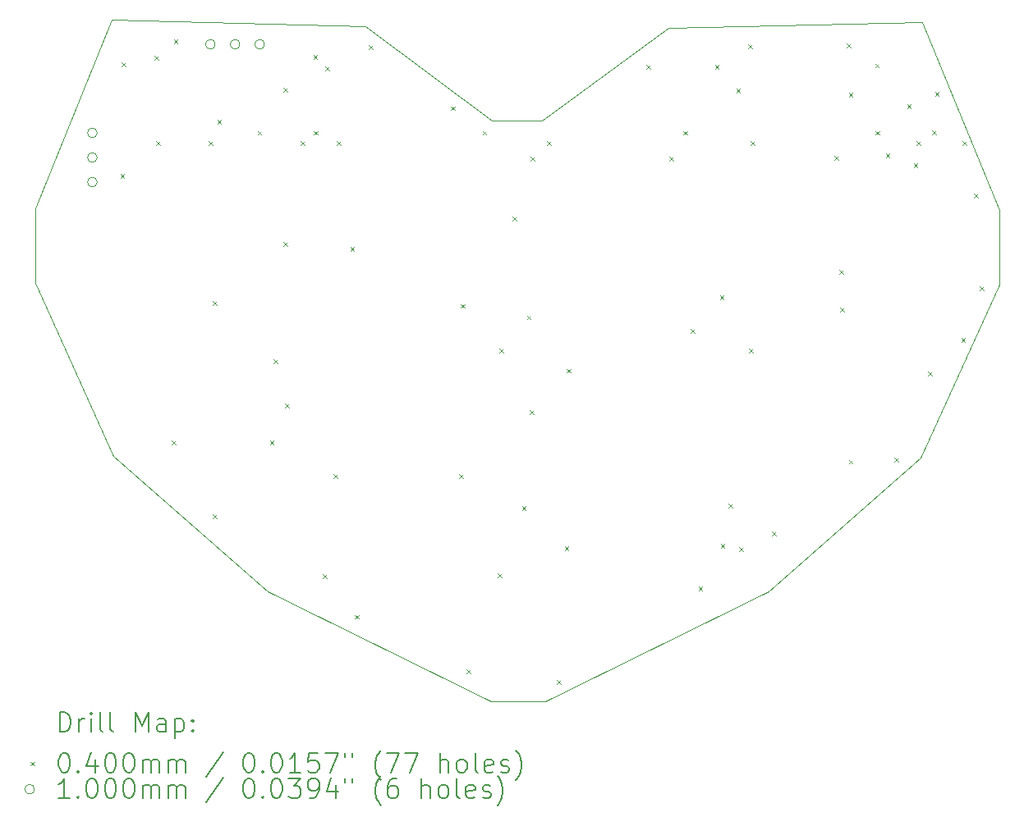
<source format=gbr>
%FSLAX45Y45*%
G04 Gerber Fmt 4.5, Leading zero omitted, Abs format (unit mm)*
G04 Created by KiCad (PCBNEW 6.0.4-6f826c9f35~116~ubuntu20.04.1) date 2022-04-29 20:59:24*
%MOMM*%
%LPD*%
G01*
G04 APERTURE LIST*
%TA.AperFunction,Profile*%
%ADD10C,0.100000*%
%TD*%
%ADD11C,0.200000*%
%ADD12C,0.040000*%
%ADD13C,0.100000*%
G04 APERTURE END LIST*
D10*
X3350000Y-10320000D02*
X3350000Y-11090000D01*
X13290000Y-11110000D02*
X13290000Y-10340000D01*
X13290000Y-10340000D02*
X12500000Y-8400000D01*
X12500000Y-8400000D02*
X9880000Y-8460000D01*
X9880000Y-8460000D02*
X8580000Y-9420000D01*
X6760000Y-8440000D02*
X4140000Y-8380000D01*
X5750000Y-14280000D02*
X8050000Y-15410000D01*
X8050000Y-15410000D02*
X8610000Y-15410000D01*
X4160000Y-12880000D02*
X5750000Y-14280000D01*
X8580000Y-9420000D02*
X8060000Y-9420000D01*
X8610000Y-15410000D02*
X10910000Y-14280000D01*
X12480000Y-12900000D02*
X13290000Y-11110000D01*
X8060000Y-9420000D02*
X6760000Y-8440000D01*
X4140000Y-8380000D02*
X3350000Y-10320000D01*
X3350000Y-11090000D02*
X4160000Y-12880000D01*
X10910000Y-14280000D02*
X12480000Y-12900000D01*
D11*
D12*
X4230000Y-9970000D02*
X4270000Y-10010000D01*
X4270000Y-9970000D02*
X4230000Y-10010000D01*
X4240000Y-8820000D02*
X4280000Y-8860000D01*
X4280000Y-8820000D02*
X4240000Y-8860000D01*
X4580000Y-8750000D02*
X4620000Y-8790000D01*
X4620000Y-8750000D02*
X4580000Y-8790000D01*
X4600000Y-9630000D02*
X4640000Y-9670000D01*
X4640000Y-9630000D02*
X4600000Y-9670000D01*
X4760000Y-12720000D02*
X4800000Y-12760000D01*
X4800000Y-12720000D02*
X4760000Y-12760000D01*
X4780000Y-8580000D02*
X4820000Y-8620000D01*
X4820000Y-8580000D02*
X4780000Y-8620000D01*
X5140000Y-9630000D02*
X5180000Y-9670000D01*
X5180000Y-9630000D02*
X5140000Y-9670000D01*
X5180000Y-11280000D02*
X5220000Y-11320000D01*
X5220000Y-11280000D02*
X5180000Y-11320000D01*
X5180000Y-13480000D02*
X5220000Y-13520000D01*
X5220000Y-13480000D02*
X5180000Y-13520000D01*
X5230000Y-9410000D02*
X5270000Y-9450000D01*
X5270000Y-9410000D02*
X5230000Y-9450000D01*
X5643500Y-9523500D02*
X5683500Y-9563500D01*
X5683500Y-9523500D02*
X5643500Y-9563500D01*
X5770000Y-12720000D02*
X5810000Y-12760000D01*
X5810000Y-12720000D02*
X5770000Y-12760000D01*
X5810000Y-11880000D02*
X5850000Y-11920000D01*
X5850000Y-11880000D02*
X5810000Y-11920000D01*
X5910000Y-9080000D02*
X5950000Y-9120000D01*
X5950000Y-9080000D02*
X5910000Y-9120000D01*
X5910000Y-10670000D02*
X5950000Y-10710000D01*
X5950000Y-10670000D02*
X5910000Y-10710000D01*
X5930000Y-12340000D02*
X5970000Y-12380000D01*
X5970000Y-12340000D02*
X5930000Y-12380000D01*
X6090000Y-9630000D02*
X6130000Y-9670000D01*
X6130000Y-9630000D02*
X6090000Y-9670000D01*
X6220000Y-8740000D02*
X6260000Y-8780000D01*
X6260000Y-8740000D02*
X6220000Y-8780000D01*
X6226500Y-9523500D02*
X6266500Y-9563500D01*
X6266500Y-9523500D02*
X6226500Y-9563500D01*
X6320000Y-14100000D02*
X6360000Y-14140000D01*
X6360000Y-14100000D02*
X6320000Y-14140000D01*
X6340000Y-8860000D02*
X6380000Y-8900000D01*
X6380000Y-8860000D02*
X6340000Y-8900000D01*
X6430000Y-13070000D02*
X6470000Y-13110000D01*
X6470000Y-13070000D02*
X6430000Y-13110000D01*
X6460000Y-9630000D02*
X6500000Y-9670000D01*
X6500000Y-9630000D02*
X6460000Y-9670000D01*
X6600000Y-10720000D02*
X6640000Y-10760000D01*
X6640000Y-10720000D02*
X6600000Y-10760000D01*
X6650000Y-14520000D02*
X6690000Y-14560000D01*
X6690000Y-14520000D02*
X6650000Y-14560000D01*
X6790000Y-8640000D02*
X6830000Y-8680000D01*
X6830000Y-8640000D02*
X6790000Y-8680000D01*
X7640000Y-9270000D02*
X7680000Y-9310000D01*
X7680000Y-9270000D02*
X7640000Y-9310000D01*
X7720000Y-13070000D02*
X7760000Y-13110000D01*
X7760000Y-13070000D02*
X7720000Y-13110000D01*
X7740000Y-11310000D02*
X7780000Y-11350000D01*
X7780000Y-11310000D02*
X7740000Y-11350000D01*
X7800000Y-15080000D02*
X7840000Y-15120000D01*
X7840000Y-15080000D02*
X7800000Y-15120000D01*
X7963500Y-9523500D02*
X8003500Y-9563500D01*
X8003500Y-9523500D02*
X7963500Y-9563500D01*
X8120000Y-14090000D02*
X8160000Y-14130000D01*
X8160000Y-14090000D02*
X8120000Y-14130000D01*
X8140000Y-11770000D02*
X8180000Y-11810000D01*
X8180000Y-11770000D02*
X8140000Y-11810000D01*
X8270000Y-10410000D02*
X8310000Y-10450000D01*
X8310000Y-10410000D02*
X8270000Y-10450000D01*
X8370000Y-13400000D02*
X8410000Y-13440000D01*
X8410000Y-13400000D02*
X8370000Y-13440000D01*
X8420000Y-11430000D02*
X8460000Y-11470000D01*
X8460000Y-11430000D02*
X8420000Y-11470000D01*
X8450000Y-12410000D02*
X8490000Y-12450000D01*
X8490000Y-12410000D02*
X8450000Y-12450000D01*
X8460000Y-9790000D02*
X8500000Y-9830000D01*
X8500000Y-9790000D02*
X8460000Y-9830000D01*
X8630000Y-9630000D02*
X8670000Y-9670000D01*
X8670000Y-9630000D02*
X8630000Y-9670000D01*
X8730000Y-15190000D02*
X8770000Y-15230000D01*
X8770000Y-15190000D02*
X8730000Y-15230000D01*
X8810000Y-13810000D02*
X8850000Y-13850000D01*
X8850000Y-13810000D02*
X8810000Y-13850000D01*
X8830000Y-11980000D02*
X8870000Y-12020000D01*
X8870000Y-11980000D02*
X8830000Y-12020000D01*
X9650000Y-8840000D02*
X9690000Y-8880000D01*
X9690000Y-8840000D02*
X9650000Y-8880000D01*
X9890000Y-9790000D02*
X9930000Y-9830000D01*
X9930000Y-9790000D02*
X9890000Y-9830000D01*
X10036500Y-9523500D02*
X10076500Y-9563500D01*
X10076500Y-9523500D02*
X10036500Y-9563500D01*
X10110000Y-11570000D02*
X10150000Y-11610000D01*
X10150000Y-11570000D02*
X10110000Y-11610000D01*
X10190000Y-14230000D02*
X10230000Y-14270000D01*
X10230000Y-14230000D02*
X10190000Y-14270000D01*
X10360000Y-8840000D02*
X10400000Y-8880000D01*
X10400000Y-8840000D02*
X10360000Y-8880000D01*
X10410000Y-11220000D02*
X10450000Y-11260000D01*
X10450000Y-11220000D02*
X10410000Y-11260000D01*
X10420000Y-13790000D02*
X10460000Y-13830000D01*
X10460000Y-13790000D02*
X10420000Y-13830000D01*
X10500000Y-13370000D02*
X10540000Y-13410000D01*
X10540000Y-13370000D02*
X10500000Y-13410000D01*
X10580000Y-9090000D02*
X10620000Y-9130000D01*
X10620000Y-9090000D02*
X10580000Y-9130000D01*
X10610000Y-13820000D02*
X10650000Y-13860000D01*
X10650000Y-13820000D02*
X10610000Y-13860000D01*
X10700000Y-8630000D02*
X10740000Y-8670000D01*
X10740000Y-8630000D02*
X10700000Y-8670000D01*
X10710000Y-11770000D02*
X10750000Y-11810000D01*
X10750000Y-11770000D02*
X10710000Y-11810000D01*
X10730000Y-9630000D02*
X10770000Y-9670000D01*
X10770000Y-9630000D02*
X10730000Y-9670000D01*
X10950000Y-13660000D02*
X10990000Y-13700000D01*
X10990000Y-13660000D02*
X10950000Y-13700000D01*
X11590000Y-9780000D02*
X11630000Y-9820000D01*
X11630000Y-9780000D02*
X11590000Y-9820000D01*
X11640000Y-10960000D02*
X11680000Y-11000000D01*
X11680000Y-10960000D02*
X11640000Y-11000000D01*
X11650000Y-11350000D02*
X11690000Y-11390000D01*
X11690000Y-11350000D02*
X11650000Y-11390000D01*
X11720000Y-8620000D02*
X11760000Y-8660000D01*
X11760000Y-8620000D02*
X11720000Y-8660000D01*
X11740000Y-9130000D02*
X11780000Y-9170000D01*
X11780000Y-9130000D02*
X11740000Y-9170000D01*
X11740000Y-12920000D02*
X11780000Y-12960000D01*
X11780000Y-12920000D02*
X11740000Y-12960000D01*
X12010000Y-8830000D02*
X12050000Y-8870000D01*
X12050000Y-8830000D02*
X12010000Y-8870000D01*
X12016500Y-9523500D02*
X12056500Y-9563500D01*
X12056500Y-9523500D02*
X12016500Y-9563500D01*
X12120000Y-9760000D02*
X12160000Y-9800000D01*
X12160000Y-9760000D02*
X12120000Y-9800000D01*
X12210000Y-12900000D02*
X12250000Y-12940000D01*
X12250000Y-12900000D02*
X12210000Y-12940000D01*
X12340000Y-9250000D02*
X12380000Y-9290000D01*
X12380000Y-9250000D02*
X12340000Y-9290000D01*
X12410000Y-9860000D02*
X12450000Y-9900000D01*
X12450000Y-9860000D02*
X12410000Y-9900000D01*
X12440000Y-9630000D02*
X12480000Y-9670000D01*
X12480000Y-9630000D02*
X12440000Y-9670000D01*
X12560000Y-12010000D02*
X12600000Y-12050000D01*
X12600000Y-12010000D02*
X12560000Y-12050000D01*
X12600000Y-9520000D02*
X12640000Y-9560000D01*
X12640000Y-9520000D02*
X12600000Y-9560000D01*
X12630000Y-9120000D02*
X12670000Y-9160000D01*
X12670000Y-9120000D02*
X12630000Y-9160000D01*
X12900000Y-11660000D02*
X12940000Y-11700000D01*
X12940000Y-11660000D02*
X12900000Y-11700000D01*
X12910000Y-9630000D02*
X12950000Y-9670000D01*
X12950000Y-9630000D02*
X12910000Y-9670000D01*
X13030000Y-10170000D02*
X13070000Y-10210000D01*
X13070000Y-10170000D02*
X13030000Y-10210000D01*
X13090000Y-11130000D02*
X13130000Y-11170000D01*
X13130000Y-11130000D02*
X13090000Y-11170000D01*
D13*
X3990000Y-9543500D02*
G75*
G03*
X3990000Y-9543500I-50000J0D01*
G01*
X3990000Y-9797500D02*
G75*
G03*
X3990000Y-9797500I-50000J0D01*
G01*
X3990000Y-10051500D02*
G75*
G03*
X3990000Y-10051500I-50000J0D01*
G01*
X5207500Y-8630000D02*
G75*
G03*
X5207500Y-8630000I-50000J0D01*
G01*
X5461500Y-8630000D02*
G75*
G03*
X5461500Y-8630000I-50000J0D01*
G01*
X5715500Y-8630000D02*
G75*
G03*
X5715500Y-8630000I-50000J0D01*
G01*
D11*
X3602619Y-15725476D02*
X3602619Y-15525476D01*
X3650238Y-15525476D01*
X3678809Y-15535000D01*
X3697857Y-15554048D01*
X3707381Y-15573095D01*
X3716905Y-15611190D01*
X3716905Y-15639762D01*
X3707381Y-15677857D01*
X3697857Y-15696905D01*
X3678809Y-15715952D01*
X3650238Y-15725476D01*
X3602619Y-15725476D01*
X3802619Y-15725476D02*
X3802619Y-15592143D01*
X3802619Y-15630238D02*
X3812143Y-15611190D01*
X3821667Y-15601667D01*
X3840714Y-15592143D01*
X3859762Y-15592143D01*
X3926428Y-15725476D02*
X3926428Y-15592143D01*
X3926428Y-15525476D02*
X3916905Y-15535000D01*
X3926428Y-15544524D01*
X3935952Y-15535000D01*
X3926428Y-15525476D01*
X3926428Y-15544524D01*
X4050238Y-15725476D02*
X4031190Y-15715952D01*
X4021667Y-15696905D01*
X4021667Y-15525476D01*
X4155000Y-15725476D02*
X4135952Y-15715952D01*
X4126428Y-15696905D01*
X4126428Y-15525476D01*
X4383571Y-15725476D02*
X4383571Y-15525476D01*
X4450238Y-15668333D01*
X4516905Y-15525476D01*
X4516905Y-15725476D01*
X4697857Y-15725476D02*
X4697857Y-15620714D01*
X4688333Y-15601667D01*
X4669286Y-15592143D01*
X4631190Y-15592143D01*
X4612143Y-15601667D01*
X4697857Y-15715952D02*
X4678810Y-15725476D01*
X4631190Y-15725476D01*
X4612143Y-15715952D01*
X4602619Y-15696905D01*
X4602619Y-15677857D01*
X4612143Y-15658809D01*
X4631190Y-15649286D01*
X4678810Y-15649286D01*
X4697857Y-15639762D01*
X4793095Y-15592143D02*
X4793095Y-15792143D01*
X4793095Y-15601667D02*
X4812143Y-15592143D01*
X4850238Y-15592143D01*
X4869286Y-15601667D01*
X4878810Y-15611190D01*
X4888333Y-15630238D01*
X4888333Y-15687381D01*
X4878810Y-15706428D01*
X4869286Y-15715952D01*
X4850238Y-15725476D01*
X4812143Y-15725476D01*
X4793095Y-15715952D01*
X4974048Y-15706428D02*
X4983571Y-15715952D01*
X4974048Y-15725476D01*
X4964524Y-15715952D01*
X4974048Y-15706428D01*
X4974048Y-15725476D01*
X4974048Y-15601667D02*
X4983571Y-15611190D01*
X4974048Y-15620714D01*
X4964524Y-15611190D01*
X4974048Y-15601667D01*
X4974048Y-15620714D01*
D12*
X3305000Y-16035000D02*
X3345000Y-16075000D01*
X3345000Y-16035000D02*
X3305000Y-16075000D01*
D11*
X3640714Y-15945476D02*
X3659762Y-15945476D01*
X3678809Y-15955000D01*
X3688333Y-15964524D01*
X3697857Y-15983571D01*
X3707381Y-16021667D01*
X3707381Y-16069286D01*
X3697857Y-16107381D01*
X3688333Y-16126428D01*
X3678809Y-16135952D01*
X3659762Y-16145476D01*
X3640714Y-16145476D01*
X3621667Y-16135952D01*
X3612143Y-16126428D01*
X3602619Y-16107381D01*
X3593095Y-16069286D01*
X3593095Y-16021667D01*
X3602619Y-15983571D01*
X3612143Y-15964524D01*
X3621667Y-15955000D01*
X3640714Y-15945476D01*
X3793095Y-16126428D02*
X3802619Y-16135952D01*
X3793095Y-16145476D01*
X3783571Y-16135952D01*
X3793095Y-16126428D01*
X3793095Y-16145476D01*
X3974048Y-16012143D02*
X3974048Y-16145476D01*
X3926428Y-15935952D02*
X3878809Y-16078809D01*
X4002619Y-16078809D01*
X4116905Y-15945476D02*
X4135952Y-15945476D01*
X4155000Y-15955000D01*
X4164524Y-15964524D01*
X4174048Y-15983571D01*
X4183571Y-16021667D01*
X4183571Y-16069286D01*
X4174048Y-16107381D01*
X4164524Y-16126428D01*
X4155000Y-16135952D01*
X4135952Y-16145476D01*
X4116905Y-16145476D01*
X4097857Y-16135952D01*
X4088333Y-16126428D01*
X4078809Y-16107381D01*
X4069286Y-16069286D01*
X4069286Y-16021667D01*
X4078809Y-15983571D01*
X4088333Y-15964524D01*
X4097857Y-15955000D01*
X4116905Y-15945476D01*
X4307381Y-15945476D02*
X4326429Y-15945476D01*
X4345476Y-15955000D01*
X4355000Y-15964524D01*
X4364524Y-15983571D01*
X4374048Y-16021667D01*
X4374048Y-16069286D01*
X4364524Y-16107381D01*
X4355000Y-16126428D01*
X4345476Y-16135952D01*
X4326429Y-16145476D01*
X4307381Y-16145476D01*
X4288333Y-16135952D01*
X4278810Y-16126428D01*
X4269286Y-16107381D01*
X4259762Y-16069286D01*
X4259762Y-16021667D01*
X4269286Y-15983571D01*
X4278810Y-15964524D01*
X4288333Y-15955000D01*
X4307381Y-15945476D01*
X4459762Y-16145476D02*
X4459762Y-16012143D01*
X4459762Y-16031190D02*
X4469286Y-16021667D01*
X4488333Y-16012143D01*
X4516905Y-16012143D01*
X4535952Y-16021667D01*
X4545476Y-16040714D01*
X4545476Y-16145476D01*
X4545476Y-16040714D02*
X4555000Y-16021667D01*
X4574048Y-16012143D01*
X4602619Y-16012143D01*
X4621667Y-16021667D01*
X4631190Y-16040714D01*
X4631190Y-16145476D01*
X4726429Y-16145476D02*
X4726429Y-16012143D01*
X4726429Y-16031190D02*
X4735952Y-16021667D01*
X4755000Y-16012143D01*
X4783571Y-16012143D01*
X4802619Y-16021667D01*
X4812143Y-16040714D01*
X4812143Y-16145476D01*
X4812143Y-16040714D02*
X4821667Y-16021667D01*
X4840714Y-16012143D01*
X4869286Y-16012143D01*
X4888333Y-16021667D01*
X4897857Y-16040714D01*
X4897857Y-16145476D01*
X5288333Y-15935952D02*
X5116905Y-16193095D01*
X5545476Y-15945476D02*
X5564524Y-15945476D01*
X5583571Y-15955000D01*
X5593095Y-15964524D01*
X5602619Y-15983571D01*
X5612143Y-16021667D01*
X5612143Y-16069286D01*
X5602619Y-16107381D01*
X5593095Y-16126428D01*
X5583571Y-16135952D01*
X5564524Y-16145476D01*
X5545476Y-16145476D01*
X5526429Y-16135952D01*
X5516905Y-16126428D01*
X5507381Y-16107381D01*
X5497857Y-16069286D01*
X5497857Y-16021667D01*
X5507381Y-15983571D01*
X5516905Y-15964524D01*
X5526429Y-15955000D01*
X5545476Y-15945476D01*
X5697857Y-16126428D02*
X5707381Y-16135952D01*
X5697857Y-16145476D01*
X5688333Y-16135952D01*
X5697857Y-16126428D01*
X5697857Y-16145476D01*
X5831190Y-15945476D02*
X5850238Y-15945476D01*
X5869286Y-15955000D01*
X5878809Y-15964524D01*
X5888333Y-15983571D01*
X5897857Y-16021667D01*
X5897857Y-16069286D01*
X5888333Y-16107381D01*
X5878809Y-16126428D01*
X5869286Y-16135952D01*
X5850238Y-16145476D01*
X5831190Y-16145476D01*
X5812143Y-16135952D01*
X5802619Y-16126428D01*
X5793095Y-16107381D01*
X5783571Y-16069286D01*
X5783571Y-16021667D01*
X5793095Y-15983571D01*
X5802619Y-15964524D01*
X5812143Y-15955000D01*
X5831190Y-15945476D01*
X6088333Y-16145476D02*
X5974048Y-16145476D01*
X6031190Y-16145476D02*
X6031190Y-15945476D01*
X6012143Y-15974048D01*
X5993095Y-15993095D01*
X5974048Y-16002619D01*
X6269286Y-15945476D02*
X6174048Y-15945476D01*
X6164524Y-16040714D01*
X6174048Y-16031190D01*
X6193095Y-16021667D01*
X6240714Y-16021667D01*
X6259762Y-16031190D01*
X6269286Y-16040714D01*
X6278809Y-16059762D01*
X6278809Y-16107381D01*
X6269286Y-16126428D01*
X6259762Y-16135952D01*
X6240714Y-16145476D01*
X6193095Y-16145476D01*
X6174048Y-16135952D01*
X6164524Y-16126428D01*
X6345476Y-15945476D02*
X6478809Y-15945476D01*
X6393095Y-16145476D01*
X6545476Y-15945476D02*
X6545476Y-15983571D01*
X6621667Y-15945476D02*
X6621667Y-15983571D01*
X6916905Y-16221667D02*
X6907381Y-16212143D01*
X6888333Y-16183571D01*
X6878809Y-16164524D01*
X6869286Y-16135952D01*
X6859762Y-16088333D01*
X6859762Y-16050238D01*
X6869286Y-16002619D01*
X6878809Y-15974048D01*
X6888333Y-15955000D01*
X6907381Y-15926428D01*
X6916905Y-15916905D01*
X6974048Y-15945476D02*
X7107381Y-15945476D01*
X7021667Y-16145476D01*
X7164524Y-15945476D02*
X7297857Y-15945476D01*
X7212143Y-16145476D01*
X7526428Y-16145476D02*
X7526428Y-15945476D01*
X7612143Y-16145476D02*
X7612143Y-16040714D01*
X7602619Y-16021667D01*
X7583571Y-16012143D01*
X7555000Y-16012143D01*
X7535952Y-16021667D01*
X7526428Y-16031190D01*
X7735952Y-16145476D02*
X7716905Y-16135952D01*
X7707381Y-16126428D01*
X7697857Y-16107381D01*
X7697857Y-16050238D01*
X7707381Y-16031190D01*
X7716905Y-16021667D01*
X7735952Y-16012143D01*
X7764524Y-16012143D01*
X7783571Y-16021667D01*
X7793095Y-16031190D01*
X7802619Y-16050238D01*
X7802619Y-16107381D01*
X7793095Y-16126428D01*
X7783571Y-16135952D01*
X7764524Y-16145476D01*
X7735952Y-16145476D01*
X7916905Y-16145476D02*
X7897857Y-16135952D01*
X7888333Y-16116905D01*
X7888333Y-15945476D01*
X8069286Y-16135952D02*
X8050238Y-16145476D01*
X8012143Y-16145476D01*
X7993095Y-16135952D01*
X7983571Y-16116905D01*
X7983571Y-16040714D01*
X7993095Y-16021667D01*
X8012143Y-16012143D01*
X8050238Y-16012143D01*
X8069286Y-16021667D01*
X8078809Y-16040714D01*
X8078809Y-16059762D01*
X7983571Y-16078809D01*
X8155000Y-16135952D02*
X8174048Y-16145476D01*
X8212143Y-16145476D01*
X8231190Y-16135952D01*
X8240714Y-16116905D01*
X8240714Y-16107381D01*
X8231190Y-16088333D01*
X8212143Y-16078809D01*
X8183571Y-16078809D01*
X8164524Y-16069286D01*
X8155000Y-16050238D01*
X8155000Y-16040714D01*
X8164524Y-16021667D01*
X8183571Y-16012143D01*
X8212143Y-16012143D01*
X8231190Y-16021667D01*
X8307381Y-16221667D02*
X8316905Y-16212143D01*
X8335952Y-16183571D01*
X8345476Y-16164524D01*
X8355000Y-16135952D01*
X8364524Y-16088333D01*
X8364524Y-16050238D01*
X8355000Y-16002619D01*
X8345476Y-15974048D01*
X8335952Y-15955000D01*
X8316905Y-15926428D01*
X8307381Y-15916905D01*
D13*
X3345000Y-16319000D02*
G75*
G03*
X3345000Y-16319000I-50000J0D01*
G01*
D11*
X3707381Y-16409476D02*
X3593095Y-16409476D01*
X3650238Y-16409476D02*
X3650238Y-16209476D01*
X3631190Y-16238048D01*
X3612143Y-16257095D01*
X3593095Y-16266619D01*
X3793095Y-16390428D02*
X3802619Y-16399952D01*
X3793095Y-16409476D01*
X3783571Y-16399952D01*
X3793095Y-16390428D01*
X3793095Y-16409476D01*
X3926428Y-16209476D02*
X3945476Y-16209476D01*
X3964524Y-16219000D01*
X3974048Y-16228524D01*
X3983571Y-16247571D01*
X3993095Y-16285667D01*
X3993095Y-16333286D01*
X3983571Y-16371381D01*
X3974048Y-16390428D01*
X3964524Y-16399952D01*
X3945476Y-16409476D01*
X3926428Y-16409476D01*
X3907381Y-16399952D01*
X3897857Y-16390428D01*
X3888333Y-16371381D01*
X3878809Y-16333286D01*
X3878809Y-16285667D01*
X3888333Y-16247571D01*
X3897857Y-16228524D01*
X3907381Y-16219000D01*
X3926428Y-16209476D01*
X4116905Y-16209476D02*
X4135952Y-16209476D01*
X4155000Y-16219000D01*
X4164524Y-16228524D01*
X4174048Y-16247571D01*
X4183571Y-16285667D01*
X4183571Y-16333286D01*
X4174048Y-16371381D01*
X4164524Y-16390428D01*
X4155000Y-16399952D01*
X4135952Y-16409476D01*
X4116905Y-16409476D01*
X4097857Y-16399952D01*
X4088333Y-16390428D01*
X4078809Y-16371381D01*
X4069286Y-16333286D01*
X4069286Y-16285667D01*
X4078809Y-16247571D01*
X4088333Y-16228524D01*
X4097857Y-16219000D01*
X4116905Y-16209476D01*
X4307381Y-16209476D02*
X4326429Y-16209476D01*
X4345476Y-16219000D01*
X4355000Y-16228524D01*
X4364524Y-16247571D01*
X4374048Y-16285667D01*
X4374048Y-16333286D01*
X4364524Y-16371381D01*
X4355000Y-16390428D01*
X4345476Y-16399952D01*
X4326429Y-16409476D01*
X4307381Y-16409476D01*
X4288333Y-16399952D01*
X4278810Y-16390428D01*
X4269286Y-16371381D01*
X4259762Y-16333286D01*
X4259762Y-16285667D01*
X4269286Y-16247571D01*
X4278810Y-16228524D01*
X4288333Y-16219000D01*
X4307381Y-16209476D01*
X4459762Y-16409476D02*
X4459762Y-16276143D01*
X4459762Y-16295190D02*
X4469286Y-16285667D01*
X4488333Y-16276143D01*
X4516905Y-16276143D01*
X4535952Y-16285667D01*
X4545476Y-16304714D01*
X4545476Y-16409476D01*
X4545476Y-16304714D02*
X4555000Y-16285667D01*
X4574048Y-16276143D01*
X4602619Y-16276143D01*
X4621667Y-16285667D01*
X4631190Y-16304714D01*
X4631190Y-16409476D01*
X4726429Y-16409476D02*
X4726429Y-16276143D01*
X4726429Y-16295190D02*
X4735952Y-16285667D01*
X4755000Y-16276143D01*
X4783571Y-16276143D01*
X4802619Y-16285667D01*
X4812143Y-16304714D01*
X4812143Y-16409476D01*
X4812143Y-16304714D02*
X4821667Y-16285667D01*
X4840714Y-16276143D01*
X4869286Y-16276143D01*
X4888333Y-16285667D01*
X4897857Y-16304714D01*
X4897857Y-16409476D01*
X5288333Y-16199952D02*
X5116905Y-16457095D01*
X5545476Y-16209476D02*
X5564524Y-16209476D01*
X5583571Y-16219000D01*
X5593095Y-16228524D01*
X5602619Y-16247571D01*
X5612143Y-16285667D01*
X5612143Y-16333286D01*
X5602619Y-16371381D01*
X5593095Y-16390428D01*
X5583571Y-16399952D01*
X5564524Y-16409476D01*
X5545476Y-16409476D01*
X5526429Y-16399952D01*
X5516905Y-16390428D01*
X5507381Y-16371381D01*
X5497857Y-16333286D01*
X5497857Y-16285667D01*
X5507381Y-16247571D01*
X5516905Y-16228524D01*
X5526429Y-16219000D01*
X5545476Y-16209476D01*
X5697857Y-16390428D02*
X5707381Y-16399952D01*
X5697857Y-16409476D01*
X5688333Y-16399952D01*
X5697857Y-16390428D01*
X5697857Y-16409476D01*
X5831190Y-16209476D02*
X5850238Y-16209476D01*
X5869286Y-16219000D01*
X5878809Y-16228524D01*
X5888333Y-16247571D01*
X5897857Y-16285667D01*
X5897857Y-16333286D01*
X5888333Y-16371381D01*
X5878809Y-16390428D01*
X5869286Y-16399952D01*
X5850238Y-16409476D01*
X5831190Y-16409476D01*
X5812143Y-16399952D01*
X5802619Y-16390428D01*
X5793095Y-16371381D01*
X5783571Y-16333286D01*
X5783571Y-16285667D01*
X5793095Y-16247571D01*
X5802619Y-16228524D01*
X5812143Y-16219000D01*
X5831190Y-16209476D01*
X5964524Y-16209476D02*
X6088333Y-16209476D01*
X6021667Y-16285667D01*
X6050238Y-16285667D01*
X6069286Y-16295190D01*
X6078809Y-16304714D01*
X6088333Y-16323762D01*
X6088333Y-16371381D01*
X6078809Y-16390428D01*
X6069286Y-16399952D01*
X6050238Y-16409476D01*
X5993095Y-16409476D01*
X5974048Y-16399952D01*
X5964524Y-16390428D01*
X6183571Y-16409476D02*
X6221667Y-16409476D01*
X6240714Y-16399952D01*
X6250238Y-16390428D01*
X6269286Y-16361857D01*
X6278809Y-16323762D01*
X6278809Y-16247571D01*
X6269286Y-16228524D01*
X6259762Y-16219000D01*
X6240714Y-16209476D01*
X6202619Y-16209476D01*
X6183571Y-16219000D01*
X6174048Y-16228524D01*
X6164524Y-16247571D01*
X6164524Y-16295190D01*
X6174048Y-16314238D01*
X6183571Y-16323762D01*
X6202619Y-16333286D01*
X6240714Y-16333286D01*
X6259762Y-16323762D01*
X6269286Y-16314238D01*
X6278809Y-16295190D01*
X6450238Y-16276143D02*
X6450238Y-16409476D01*
X6402619Y-16199952D02*
X6355000Y-16342809D01*
X6478809Y-16342809D01*
X6545476Y-16209476D02*
X6545476Y-16247571D01*
X6621667Y-16209476D02*
X6621667Y-16247571D01*
X6916905Y-16485667D02*
X6907381Y-16476143D01*
X6888333Y-16447571D01*
X6878809Y-16428524D01*
X6869286Y-16399952D01*
X6859762Y-16352333D01*
X6859762Y-16314238D01*
X6869286Y-16266619D01*
X6878809Y-16238048D01*
X6888333Y-16219000D01*
X6907381Y-16190428D01*
X6916905Y-16180905D01*
X7078809Y-16209476D02*
X7040714Y-16209476D01*
X7021667Y-16219000D01*
X7012143Y-16228524D01*
X6993095Y-16257095D01*
X6983571Y-16295190D01*
X6983571Y-16371381D01*
X6993095Y-16390428D01*
X7002619Y-16399952D01*
X7021667Y-16409476D01*
X7059762Y-16409476D01*
X7078809Y-16399952D01*
X7088333Y-16390428D01*
X7097857Y-16371381D01*
X7097857Y-16323762D01*
X7088333Y-16304714D01*
X7078809Y-16295190D01*
X7059762Y-16285667D01*
X7021667Y-16285667D01*
X7002619Y-16295190D01*
X6993095Y-16304714D01*
X6983571Y-16323762D01*
X7335952Y-16409476D02*
X7335952Y-16209476D01*
X7421667Y-16409476D02*
X7421667Y-16304714D01*
X7412143Y-16285667D01*
X7393095Y-16276143D01*
X7364524Y-16276143D01*
X7345476Y-16285667D01*
X7335952Y-16295190D01*
X7545476Y-16409476D02*
X7526428Y-16399952D01*
X7516905Y-16390428D01*
X7507381Y-16371381D01*
X7507381Y-16314238D01*
X7516905Y-16295190D01*
X7526428Y-16285667D01*
X7545476Y-16276143D01*
X7574048Y-16276143D01*
X7593095Y-16285667D01*
X7602619Y-16295190D01*
X7612143Y-16314238D01*
X7612143Y-16371381D01*
X7602619Y-16390428D01*
X7593095Y-16399952D01*
X7574048Y-16409476D01*
X7545476Y-16409476D01*
X7726428Y-16409476D02*
X7707381Y-16399952D01*
X7697857Y-16380905D01*
X7697857Y-16209476D01*
X7878809Y-16399952D02*
X7859762Y-16409476D01*
X7821667Y-16409476D01*
X7802619Y-16399952D01*
X7793095Y-16380905D01*
X7793095Y-16304714D01*
X7802619Y-16285667D01*
X7821667Y-16276143D01*
X7859762Y-16276143D01*
X7878809Y-16285667D01*
X7888333Y-16304714D01*
X7888333Y-16323762D01*
X7793095Y-16342809D01*
X7964524Y-16399952D02*
X7983571Y-16409476D01*
X8021667Y-16409476D01*
X8040714Y-16399952D01*
X8050238Y-16380905D01*
X8050238Y-16371381D01*
X8040714Y-16352333D01*
X8021667Y-16342809D01*
X7993095Y-16342809D01*
X7974048Y-16333286D01*
X7964524Y-16314238D01*
X7964524Y-16304714D01*
X7974048Y-16285667D01*
X7993095Y-16276143D01*
X8021667Y-16276143D01*
X8040714Y-16285667D01*
X8116905Y-16485667D02*
X8126428Y-16476143D01*
X8145476Y-16447571D01*
X8155000Y-16428524D01*
X8164524Y-16399952D01*
X8174048Y-16352333D01*
X8174048Y-16314238D01*
X8164524Y-16266619D01*
X8155000Y-16238048D01*
X8145476Y-16219000D01*
X8126428Y-16190428D01*
X8116905Y-16180905D01*
M02*

</source>
